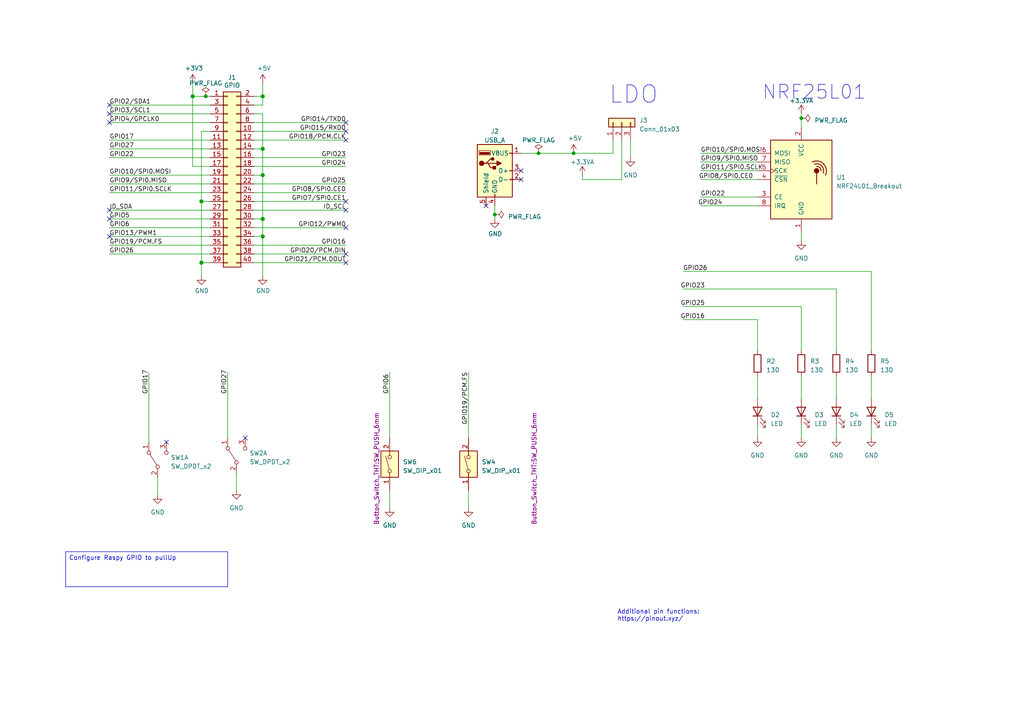
<source format=kicad_sch>
(kicad_sch (version 20230121) (generator eeschema)
  (paper "A4")
  (title_block (date "15 nov 2012"))
  (lib_symbols
    (symbol "Connector:USB_A" (pin_names (offset 1.016))
      (property "Reference" "J" (at -5.08 11.43 0))
      (property "Value" "USB_A" (at -5.08 8.89 0))
      (symbol "USB_A_0_1"
        (rectangle (start -5.08 -7.62) (end 5.08 7.62) (stroke (width 0.254)) (fill (type background)))
        (circle (center -3.81 2.159) (radius 0.635) (stroke (width 0.254)) (fill (type outline)))
        (rectangle (start -1.524 4.826) (end -4.318 5.334) (fill (type outline)))
        (rectangle (start -1.27 4.572) (end -4.572 5.842))
        (circle (center -0.635 3.429) (radius 0.381) (stroke (width 0.254)) (fill (type outline)))
        (rectangle (start -0.127 -7.62) (end 0.127 -6.858))
        (polyline (pts (xy -3.175 2.159) (xy -2.54 2.159) (xy -1.27 3.429) (xy -0.635 3.429)) (stroke (width 0.254)))
        (polyline (pts (xy -2.54 2.159) (xy -1.905 2.159) (xy -1.27 0.889) (xy 0 0.889)) (stroke (width 0.254)))
        (polyline (pts (xy 0.635 2.794) (xy 0.635 1.524) (xy 1.905 2.159) (xy 0.635 2.794)) (stroke (width 0.254)) (fill (type outline)))
        (rectangle (start 0.254 1.27) (end -0.508 0.508) (stroke (width 0.254)) (fill (type outline)))
        (rectangle (start 5.08 -2.667) (end 4.318 -2.413))
        (rectangle (start 5.08 -0.127) (end 4.318 0.127))
        (rectangle (start 5.08 4.953) (end 4.318 5.207))
      )
      (symbol "USB_A_1_1"
        (polyline (pts (xy -1.905 2.159) (xy 0.635 2.159)) (stroke (width 0.254)))
        (pin power_in line (at 7.62 5.08 180) (length 2.54) (name "VBUS") (number "1"))
        (pin bidirectional line (at 7.62 -2.54 180) (length 2.54) (name "D-") (number "2"))
        (pin bidirectional line (at 7.62 0 180) (length 2.54) (name "D+") (number "3"))
        (pin power_in line (at 0 -10.16 90) (length 2.54) (name "GND") (number "4"))
        (pin passive line (at -2.54 -10.16 90) (length 2.54) (name "Shield") (number "5"))
      )
    )
    (symbol "Connector_Generic:Conn_01x03" (pin_names (offset 1.016) hide)
      (property "Reference" "J" (at 0 5.08 0))
      (property "Value" "Conn_01x03" (at 0 -5.08 0))
      (symbol "Conn_01x03_1_1"
        (rectangle (start -1.27 -2.413) (end 0 -2.667) (stroke (width 0.1524)))
        (rectangle (start -1.27 0.127) (end 0 -0.127) (stroke (width 0.1524)))
        (rectangle (start -1.27 2.667) (end 0 2.413) (stroke (width 0.1524)))
        (rectangle (start -1.27 3.81) (end 1.27 -3.81) (stroke (width 0.254)) (fill (type background)))
        (pin passive line (at -5.08 2.54 0) (length 3.81) (name "Pin_1") (number "1"))
        (pin passive line (at -5.08 0 0) (length 3.81) (name "Pin_2") (number "2"))
        (pin passive line (at -5.08 -2.54 0) (length 3.81) (name "Pin_3") (number "3"))
      )
    )
    (symbol "Connector_Generic:Conn_02x20_Odd_Even" (pin_names (offset 1.016) hide)
      (property "Reference" "J" (at 1.27 25.4 0))
      (property "Value" "Conn_02x20_Odd_Even" (at 1.27 -27.94 0))
      (symbol "Conn_02x20_Odd_Even_1_1"
        (rectangle (start -1.27 -25.273) (end 0 -25.527) (stroke (width 0.1524)))
        (rectangle (start -1.27 -22.733) (end 0 -22.987) (stroke (width 0.1524)))
        (rectangle (start -1.27 -20.193) (end 0 -20.447) (stroke (width 0.1524)))
        (rectangle (start -1.27 -17.653) (end 0 -17.907) (stroke (width 0.1524)))
        (rectangle (start -1.27 -15.113) (end 0 -15.367) (stroke (width 0.1524)))
        (rectangle (start -1.27 -12.573) (end 0 -12.827) (stroke (width 0.1524)))
        (rectangle (start -1.27 -10.033) (end 0 -10.287) (stroke (width 0.1524)))
        (rectangle (start -1.27 -7.493) (end 0 -7.747) (stroke (width 0.1524)))
        (rectangle (start -1.27 -4.953) (end 0 -5.207) (stroke (width 0.1524)))
        (rectangle (start -1.27 -2.413) (end 0 -2.667) (stroke (width 0.1524)))
        (rectangle (start -1.27 0.127) (end 0 -0.127) (stroke (width 0.1524)))
        (rectangle (start -1.27 2.667) (end 0 2.413) (stroke (width 0.1524)))
        (rectangle (start -1.27 5.207) (end 0 4.953) (stroke (width 0.1524)))
        (rectangle (start -1.27 7.747) (end 0 7.493) (stroke (width 0.1524)))
        (rectangle (start -1.27 10.287) (end 0 10.033) (stroke (width 0.1524)))
        (rectangle (start -1.27 12.827) (end 0 12.573) (stroke (width 0.1524)))
        (rectangle (start -1.27 15.367) (end 0 15.113) (stroke (width 0.1524)))
        (rectangle (start -1.27 17.907) (end 0 17.653) (stroke (width 0.1524)))
        (rectangle (start -1.27 20.447) (end 0 20.193) (stroke (width 0.1524)))
        (rectangle (start -1.27 22.987) (end 0 22.733) (stroke (width 0.1524)))
        (rectangle (start -1.27 24.13) (end 3.81 -26.67) (stroke (width 0.254)) (fill (type background)))
        (rectangle (start 3.81 -25.273) (end 2.54 -25.527) (stroke (width 0.1524)))
        (rectangle (start 3.81 -22.733) (end 2.54 -22.987) (stroke (width 0.1524)))
        (rectangle (start 3.81 -20.193) (end 2.54 -20.447) (stroke (width 0.1524)))
        (rectangle (start 3.81 -17.653) (end 2.54 -17.907) (stroke (width 0.1524)))
        (rectangle (start 3.81 -15.113) (end 2.54 -15.367) (stroke (width 0.1524)))
        (rectangle (start 3.81 -12.573) (end 2.54 -12.827) (stroke (width 0.1524)))
        (rectangle (start 3.81 -10.033) (end 2.54 -10.287) (stroke (width 0.1524)))
        (rectangle (start 3.81 -7.493) (end 2.54 -7.747) (stroke (width 0.1524)))
        (rectangle (start 3.81 -4.953) (end 2.54 -5.207) (stroke (width 0.1524)))
        (rectangle (start 3.81 -2.413) (end 2.54 -2.667) (stroke (width 0.1524)))
        (rectangle (start 3.81 0.127) (end 2.54 -0.127) (stroke (width 0.1524)))
        (rectangle (start 3.81 2.667) (end 2.54 2.413) (stroke (width 0.1524)))
        (rectangle (start 3.81 5.207) (end 2.54 4.953) (stroke (width 0.1524)))
        (rectangle (start 3.81 7.747) (end 2.54 7.493) (stroke (width 0.1524)))
        (rectangle (start 3.81 10.287) (end 2.54 10.033) (stroke (width 0.1524)))
        (rectangle (start 3.81 12.827) (end 2.54 12.573) (stroke (width 0.1524)))
        (rectangle (start 3.81 15.367) (end 2.54 15.113) (stroke (width 0.1524)))
        (rectangle (start 3.81 17.907) (end 2.54 17.653) (stroke (width 0.1524)))
        (rectangle (start 3.81 20.447) (end 2.54 20.193) (stroke (width 0.1524)))
        (rectangle (start 3.81 22.987) (end 2.54 22.733) (stroke (width 0.1524)))
        (pin passive line (at -5.08 22.86 0) (length 3.81) (name "Pin_1") (number "1"))
        (pin passive line (at 7.62 12.7 180) (length 3.81) (name "Pin_10") (number "10"))
        (pin passive line (at -5.08 10.16 0) (length 3.81) (name "Pin_11") (number "11"))
        (pin passive line (at 7.62 10.16 180) (length 3.81) (name "Pin_12") (number "12"))
        (pin passive line (at -5.08 7.62 0) (length 3.81) (name "Pin_13") (number "13"))
        (pin passive line (at 7.62 7.62 180) (length 3.81) (name "Pin_14") (number "14"))
        (pin passive line (at -5.08 5.08 0) (length 3.81) (name "Pin_15") (number "15"))
        (pin passive line (at 7.62 5.08 180) (length 3.81) (name "Pin_16") (number "16"))
        (pin passive line (at -5.08 2.54 0) (length 3.81) (name "Pin_17") (number "17"))
        (pin passive line (at 7.62 2.54 180) (length 3.81) (name "Pin_18") (number "18"))
        (pin passive line (at -5.08 0 0) (length 3.81) (name "Pin_19") (number "19"))
        (pin passive line (at 7.62 22.86 180) (length 3.81) (name "Pin_2") (number "2"))
        (pin passive line (at 7.62 0 180) (length 3.81) (name "Pin_20") (number "20"))
        (pin passive line (at -5.08 -2.54 0) (length 3.81) (name "Pin_21") (number "21"))
        (pin passive line (at 7.62 -2.54 180) (length 3.81) (name "Pin_22") (number "22"))
        (pin passive line (at -5.08 -5.08 0) (length 3.81) (name "Pin_23") (number "23"))
        (pin passive line (at 7.62 -5.08 180) (length 3.81) (name "Pin_24") (number "24"))
        (pin passive line (at -5.08 -7.62 0) (length 3.81) (name "Pin_25") (number "25"))
        (pin passive line (at 7.62 -7.62 180) (length 3.81) (name "Pin_26") (number "26"))
        (pin passive line (at -5.08 -10.16 0) (length 3.81) (name "Pin_27") (number "27"))
        (pin passive line (at 7.62 -10.16 180) (length 3.81) (name "Pin_28") (number "28"))
        (pin passive line (at -5.08 -12.7 0) (length 3.81) (name "Pin_29") (number "29"))
        (pin passive line (at -5.08 20.32 0) (length 3.81) (name "Pin_3") (number "3"))
        (pin passive line (at 7.62 -12.7 180) (length 3.81) (name "Pin_30") (number "30"))
        (pin passive line (at -5.08 -15.24 0) (length 3.81) (name "Pin_31") (number "31"))
        (pin passive line (at 7.62 -15.24 180) (length 3.81) (name "Pin_32") (number "32"))
        (pin passive line (at -5.08 -17.78 0) (length 3.81) (name "Pin_33") (number "33"))
        (pin passive line (at 7.62 -17.78 180) (length 3.81) (name "Pin_34") (number "34"))
        (pin passive line (at -5.08 -20.32 0) (length 3.81) (name "Pin_35") (number "35"))
        (pin passive line (at 7.62 -20.32 180) (length 3.81) (name "Pin_36") (number "36"))
        (pin passive line (at -5.08 -22.86 0) (length 3.81) (name "Pin_37") (number "37"))
        (pin passive line (at 7.62 -22.86 180) (length 3.81) (name "Pin_38") (number "38"))
        (pin passive line (at -5.08 -25.4 0) (length 3.81) (name "Pin_39") (number "39"))
        (pin passive line (at 7.62 20.32 180) (length 3.81) (name "Pin_4") (number "4"))
        (pin passive line (at 7.62 -25.4 180) (length 3.81) (name "Pin_40") (number "40"))
        (pin passive line (at -5.08 17.78 0) (length 3.81) (name "Pin_5") (number "5"))
        (pin passive line (at 7.62 17.78 180) (length 3.81) (name "Pin_6") (number "6"))
        (pin passive line (at -5.08 15.24 0) (length 3.81) (name "Pin_7") (number "7"))
        (pin passive line (at 7.62 15.24 180) (length 3.81) (name "Pin_8") (number "8"))
        (pin passive line (at -5.08 12.7 0) (length 3.81) (name "Pin_9") (number "9"))
      )
    )
    (symbol "Device:LED" (pin_numbers hide) (pin_names (offset 1.016) hide)
      (property "Reference" "D" (at 0 2.54 0))
      (property "Value" "LED" (at 0 -2.54 0))
      (symbol "LED_0_1"
        (polyline (pts (xy -1.27 -1.27) (xy -1.27 1.27)) (stroke (width 0.254)))
        (polyline (pts (xy -1.27 0) (xy 1.27 0)))
        (polyline (pts (xy 1.27 -1.27) (xy 1.27 1.27) (xy -1.27 0) (xy 1.27 -1.27)) (stroke (width 0.254)))
        (polyline (pts (xy -3.048 -0.762) (xy -4.572 -2.286) (xy -3.81 -2.286) (xy -4.572 -2.286) (xy -4.572 -1.524)))
        (polyline (pts (xy -1.778 -0.762) (xy -3.302 -2.286) (xy -2.54 -2.286) (xy -3.302 -2.286) (xy -3.302 -1.524)))
      )
      (symbol "LED_1_1"
        (pin passive line (at -3.81 0 0) (length 2.54) (name "K") (number "1"))
        (pin passive line (at 3.81 0 180) (length 2.54) (name "A") (number "2"))
      )
    )
    (symbol "Device:R" (pin_numbers hide) (pin_names (offset 0))
      (property "Reference" "R" (at 2.032 0 90))
      (property "Value" "R" (at 0 0 90))
      (symbol "R_0_1"
        (rectangle (start -1.016 -2.54) (end 1.016 2.54) (stroke (width 0.254)))
      )
      (symbol "R_1_1"
        (pin passive line (at 0 3.81 270) (length 1.27) (name "~") (number "1"))
        (pin passive line (at 0 -3.81 90) (length 1.27) (name "~") (number "2"))
      )
    )
    (symbol "GND_1" (power) (pin_names (offset 0))
      (property "Value" "GND_1" (at 0 -3.81 0))
      (symbol "GND_1_0_1"
        (polyline (pts (xy 0 0) (xy 0 -1.27) (xy 1.27 -1.27) (xy 0 -2.54) (xy -1.27 -1.27) (xy 0 -1.27)))
      )
      (symbol "GND_1_1_1"
        (pin power_in line (at 0 0 270) (length 0) hide (name "GND") (number "1"))
      )
    )
    (symbol "RF:NRF24L01_Breakout" (pin_names (offset 1.016))
      (property "Reference" "U" (at -8.89 12.7 0))
      (property "Value" "NRF24L01_Breakout" (at 3.81 12.7 0))
      (symbol "NRF24L01_Breakout_0_1"
        (rectangle (start -8.89 11.43) (end 8.89 -11.43) (stroke (width 0.254)) (fill (type background)))
        (polyline (pts (xy 4.445 1.905) (xy 4.445 -1.27)) (stroke (width 0.254)))
        (circle (center 4.445 2.54) (radius 0.635) (stroke (width 0.254)) (fill (type outline)))
        (arc (start 5.715 2.54) (mid 5.3521 3.4546) (end 4.445 3.81) (stroke (width 0.254)))
        (arc (start 6.35 1.905) (mid 5.8763 3.9854) (end 3.81 4.445) (stroke (width 0.254)))
        (arc (start 6.985 1.27) (mid 6.453 4.548) (end 3.175 5.08) (stroke (width 0.254)))
      )
      (symbol "NRF24L01_Breakout_1_1"
        (pin power_in line (at 0 -15.24 90) (length 3.81) (name "GND") (number "1"))
        (pin power_in line (at 0 15.24 270) (length 3.81) (name "VCC") (number "2"))
        (pin input line (at -12.7 -5.08 0) (length 3.81) (name "CE") (number "3"))
        (pin input line (at -12.7 0 0) (length 3.81) (name "~{CSN}") (number "4"))
        (pin input clock (at -12.7 2.54 0) (length 3.81) (name "SCK") (number "5"))
        (pin input line (at -12.7 7.62 0) (length 3.81) (name "MOSI") (number "6"))
        (pin output line (at -12.7 5.08 0) (length 3.81) (name "MISO") (number "7"))
        (pin output line (at -12.7 -7.62 0) (length 3.81) (name "IRQ") (number "8"))
      )
    )
    (symbol "Switch:SW_DIP_x01" (pin_names (offset 0) hide)
      (property "Reference" "SW" (at 0 3.81 0))
      (property "Value" "SW_DIP_x01" (at 0 -3.81 0))
      (symbol "SW_DIP_x01_0_0"
        (circle (center -2.032 0) (radius 0.508))
        (polyline (pts (xy -1.524 0.127) (xy 2.3622 1.1684)))
        (circle (center 2.032 0) (radius 0.508))
      )
      (symbol "SW_DIP_x01_0_1"
        (rectangle (start -3.81 2.54) (end 3.81 -2.54) (stroke (width 0.254)) (fill (type background)))
      )
      (symbol "SW_DIP_x01_1_1"
        (pin passive line (at -7.62 0 0) (length 5.08) (name "~") (number "1"))
        (pin passive line (at 7.62 0 180) (length 5.08) (name "~") (number "2"))
      )
    )
    (symbol "Switch:SW_DPDT_x2" (pin_names (offset 0) hide)
      (property "Reference" "SW" (at 0 4.318 0))
      (property "Value" "SW_DPDT_x2" (at 0 -5.08 0))
      (symbol "SW_DPDT_x2_0_0"
        (circle (center -2.032 0) (radius 0.508))
        (circle (center 2.032 -2.54) (radius 0.508))
      )
      (symbol "SW_DPDT_x2_0_1"
        (polyline (pts (xy -1.524 0.254) (xy 1.651 2.286)))
        (circle (center 2.032 2.54) (radius 0.508))
      )
      (symbol "SW_DPDT_x2_1_1"
        (pin passive line (at 5.08 2.54 180) (length 2.54) (name "A") (number "1"))
        (pin passive line (at -5.08 0 0) (length 2.54) (name "B") (number "2"))
        (pin passive line (at 5.08 -2.54 180) (length 2.54) (name "C") (number "3"))
      )
      (symbol "SW_DPDT_x2_2_1"
        (pin passive line (at 5.08 2.54 180) (length 2.54) (name "A") (number "4"))
        (pin passive line (at -5.08 0 0) (length 2.54) (name "B") (number "5"))
        (pin passive line (at 5.08 -2.54 180) (length 2.54) (name "C") (number "6"))
      )
    )
    (symbol "power:+3.3V" (power) (pin_names (offset 0))
      (property "Value" "+3.3V" (at 0 3.556 0))
      (symbol "+3.3V_0_1"
        (polyline (pts (xy -0.762 1.27) (xy 0 2.54)))
        (polyline (pts (xy 0 0) (xy 0 2.54)))
        (polyline (pts (xy 0 2.54) (xy 0.762 1.27)))
      )
      (symbol "+3.3V_1_1"
        (pin power_in line (at 0 0 90) (length 0) hide (name "+3V3") (number "1"))
      )
    )
    (symbol "power:+3.3VA" (power) (pin_names (offset 0))
      (property "Value" "+3.3VA" (at 0 3.556 0))
      (symbol "+3.3VA_0_1"
        (polyline (pts (xy -0.762 1.27) (xy 0 2.54)))
        (polyline (pts (xy 0 0) (xy 0 2.54)))
        (polyline (pts (xy 0 2.54) (xy 0.762 1.27)))
      )
      (symbol "+3.3VA_1_1"
        (pin power_in line (at 0 0 90) (length 0) hide (name "+3.3VA") (number "1"))
      )
    )
    (symbol "power:+5V" (power) (pin_names (offset 0))
      (property "Value" "+5V" (at 0 3.556 0))
      (symbol "+5V_0_1"
        (polyline (pts (xy -0.762 1.27) (xy 0 2.54)))
        (polyline (pts (xy 0 0) (xy 0 2.54)))
        (polyline (pts (xy 0 2.54) (xy 0.762 1.27)))
      )
      (symbol "+5V_1_1"
        (pin power_in line (at 0 0 90) (length 0) hide (name "+5V") (number "1"))
      )
    )
    (symbol "power:GND" (power) (pin_names (offset 0))
      (property "Value" "GND" (at 0 -3.81 0))
      (symbol "GND_0_1"
        (polyline (pts (xy 0 0) (xy 0 -1.27) (xy 1.27 -1.27) (xy 0 -2.54) (xy -1.27 -1.27) (xy 0 -1.27)))
      )
      (symbol "GND_1_1"
        (pin power_in line (at 0 0 270) (length 0) hide (name "GND") (number "1"))
      )
    )
    (symbol "power:PWR_FLAG" (power) (pin_numbers hide) (pin_names (offset 0) hide)
      (property "Value" "PWR_FLAG" (at 0 3.81 0))
      (symbol "PWR_FLAG_0_0"
        (pin power_out line (at 0 0 90) (length 0) (name "pwr") (number "1"))
      )
      (symbol "PWR_FLAG_0_1"
        (polyline (pts (xy 0 0) (xy 0 1.27) (xy -1.016 1.905) (xy 0 2.54) (xy 1.016 1.905) (xy 0 1.27)))
      )
    )
  )
  (junction (at 76.2 27.94) (diameter 1.016))
  (junction (at 76.2 43.18) (diameter 1.016))
  (junction (at 232.41 34.29))
  (junction (at 58.42 76.2) (diameter 1.016))
  (junction (at 58.42 58.42) (diameter 1.016))
  (junction (at 76.2 68.58) (diameter 1.016))
  (junction (at 143.51 62.23))
  (junction (at 166.37 44.45))
  (junction (at 76.2 63.5) (diameter 1.016))
  (junction (at 156.21 44.45))
  (junction (at 76.2 50.8) (diameter 1.016))
  (junction (at 59.69 27.94))
  (junction (at 55.88 27.94) (diameter 1.016))
  (no_connect (at 48.26 128.27))
  (no_connect (at 100.33 60.96))
  (no_connect (at 100.33 38.1))
  (no_connect (at 31.75 33.02))
  (no_connect (at 31.75 63.5))
  (no_connect (at 31.75 68.58))
  (no_connect (at 100.33 76.2))
  (no_connect (at 31.75 35.56))
  (no_connect (at 100.33 73.66))
  (no_connect (at 100.33 58.42))
  (no_connect (at 100.33 40.64))
  (no_connect (at 140.97 59.69))
  (no_connect (at 151.13 49.53))
  (no_connect (at 31.75 60.96))
  (no_connect (at 151.13 52.07))
  (no_connect (at 100.33 66.04))
  (no_connect (at 100.33 35.56))
  (no_connect (at 31.75 30.48))
  (no_connect (at 71.12 127))
  (wire (pts (xy 58.42 58.42) (xy 58.42 76.2)))
  (wire (pts (xy 73.66 58.42) (xy 100.33 58.42)))
  (wire (pts (xy 180.34 40.64) (xy 180.34 52.07)))
  (wire (pts (xy 60.96 40.64) (xy 31.75 40.64)))
  (wire (pts (xy 76.2 33.02) (xy 76.2 43.18)))
  (wire (pts (xy 76.2 50.8) (xy 73.66 50.8)))
  (wire (pts (xy 252.73 123.19) (xy 252.73 127)))
  (wire (pts (xy 76.2 63.5) (xy 76.2 68.58)))
  (wire (pts (xy 166.37 44.45) (xy 177.8 44.45)))
  (wire (pts (xy 76.2 50.8) (xy 76.2 63.5)))
  (wire (pts (xy 252.73 109.22) (xy 252.73 115.57)))
  (wire (pts (xy 73.66 35.56) (xy 100.33 35.56)))
  (wire (pts (xy 58.42 38.1) (xy 58.42 58.42)))
  (wire (pts (xy 232.41 33.02) (xy 232.41 34.29)))
  (wire (pts (xy 58.42 38.1) (xy 60.96 38.1)))
  (wire (pts (xy 73.66 55.88) (xy 100.33 55.88)))
  (wire (pts (xy 60.96 60.96) (xy 31.75 60.96)))
  (wire (pts (xy 198.12 83.82) (xy 242.57 83.82)))
  (wire (pts (xy 31.75 63.5) (xy 60.96 63.5)))
  (wire (pts (xy 177.8 44.45) (xy 177.8 40.64)))
  (wire (pts (xy 58.42 58.42) (xy 60.96 58.42)))
  (wire (pts (xy 73.66 45.72) (xy 100.33 45.72)))
  (wire (pts (xy 66.04 107.95) (xy 66.04 127)))
  (wire (pts (xy 203.2 44.45) (xy 219.71 44.45)))
  (wire (pts (xy 73.66 76.2) (xy 100.33 76.2)))
  (wire (pts (xy 58.42 76.2) (xy 58.42 80.01)))
  (wire (pts (xy 31.75 43.18) (xy 60.96 43.18)))
  (wire (pts (xy 55.88 24.13) (xy 55.88 27.94)))
  (wire (pts (xy 203.2 57.15) (xy 219.71 57.15)))
  (wire (pts (xy 59.69 27.94) (xy 60.96 27.94)))
  (wire (pts (xy 113.03 107.95) (xy 113.03 127)))
  (wire (pts (xy 219.71 109.22) (xy 219.71 115.57)))
  (wire (pts (xy 76.2 68.58) (xy 73.66 68.58)))
  (wire (pts (xy 113.03 142.24) (xy 113.03 147.32)))
  (wire (pts (xy 219.71 101.6) (xy 219.71 92.71)))
  (wire (pts (xy 31.75 33.02) (xy 60.96 33.02)))
  (wire (pts (xy 31.75 55.88) (xy 60.96 55.88)))
  (wire (pts (xy 203.2 52.07) (xy 219.71 52.07)))
  (wire (pts (xy 55.88 48.26) (xy 60.96 48.26)))
  (wire (pts (xy 60.96 30.48) (xy 31.75 30.48)))
  (wire (pts (xy 232.41 67.31) (xy 232.41 69.85)))
  (wire (pts (xy 76.2 27.94) (xy 76.2 30.48)))
  (wire (pts (xy 156.21 44.45) (xy 166.37 44.45)))
  (wire (pts (xy 219.71 123.19) (xy 219.71 127)))
  (wire (pts (xy 76.2 43.18) (xy 76.2 50.8)))
  (wire (pts (xy 73.66 40.64) (xy 100.33 40.64)))
  (wire (pts (xy 76.2 43.18) (xy 73.66 43.18)))
  (wire (pts (xy 68.58 137.16) (xy 68.58 142.24)))
  (wire (pts (xy 76.2 24.13) (xy 76.2 27.94)))
  (wire (pts (xy 31.75 35.56) (xy 60.96 35.56)))
  (wire (pts (xy 232.41 109.22) (xy 232.41 115.57)))
  (wire (pts (xy 55.88 27.94) (xy 55.88 48.26)))
  (wire (pts (xy 73.66 48.26) (xy 100.33 48.26)))
  (wire (pts (xy 242.57 109.22) (xy 242.57 115.57)))
  (wire (pts (xy 135.89 107.95) (xy 135.89 127)))
  (wire (pts (xy 73.66 38.1) (xy 100.33 38.1)))
  (wire (pts (xy 31.75 45.72) (xy 60.96 45.72)))
  (wire (pts (xy 43.18 107.95) (xy 43.18 128.27)))
  (wire (pts (xy 31.75 53.34) (xy 60.96 53.34)))
  (wire (pts (xy 203.2 49.53) (xy 219.71 49.53)))
  (wire (pts (xy 31.75 66.04) (xy 60.96 66.04)))
  (wire (pts (xy 76.2 30.48) (xy 73.66 30.48)))
  (wire (pts (xy 31.75 71.12) (xy 60.96 71.12)))
  (wire (pts (xy 143.51 62.23) (xy 143.51 63.5)))
  (wire (pts (xy 73.66 71.12) (xy 100.33 71.12)))
  (wire (pts (xy 168.91 50.8) (xy 168.91 52.07)))
  (wire (pts (xy 73.66 66.04) (xy 100.33 66.04)))
  (wire (pts (xy 58.42 76.2) (xy 60.96 76.2)))
  (wire (pts (xy 73.66 73.66) (xy 100.33 73.66)))
  (wire (pts (xy 76.2 33.02) (xy 73.66 33.02)))
  (wire (pts (xy 31.75 73.66) (xy 60.96 73.66)))
  (wire (pts (xy 203.2 46.99) (xy 219.71 46.99)))
  (wire (pts (xy 232.41 34.29) (xy 232.41 36.83)))
  (wire (pts (xy 180.34 52.07) (xy 168.91 52.07)))
  (wire (pts (xy 242.57 101.6) (xy 242.57 83.82)))
  (wire (pts (xy 198.12 88.9) (xy 232.41 88.9)))
  (wire (pts (xy 232.41 123.19) (xy 232.41 127)))
  (wire (pts (xy 242.57 123.19) (xy 242.57 127)))
  (wire (pts (xy 73.66 27.94) (xy 76.2 27.94)))
  (wire (pts (xy 45.72 138.43) (xy 45.72 143.51)))
  (wire (pts (xy 232.41 101.6) (xy 232.41 88.9)))
  (wire (pts (xy 143.51 59.69) (xy 143.51 62.23)))
  (wire (pts (xy 151.13 44.45) (xy 156.21 44.45)))
  (wire (pts (xy 76.2 68.58) (xy 76.2 80.01)))
  (wire (pts (xy 73.66 53.34) (xy 100.33 53.34)))
  (wire (pts (xy 60.96 68.58) (xy 31.75 68.58)))
  (wire (pts (xy 135.89 142.24) (xy 135.89 147.32)))
  (wire (pts (xy 198.12 78.74) (xy 252.73 78.74)))
  (wire (pts (xy 76.2 63.5) (xy 73.66 63.5)))
  (wire (pts (xy 55.88 27.94) (xy 59.69 27.94)))
  (wire (pts (xy 252.73 101.6) (xy 252.73 78.74)))
  (wire (pts (xy 182.88 40.64) (xy 182.88 45.72)))
  (wire (pts (xy 203.2 59.69) (xy 219.71 59.69)))
  (wire (pts (xy 198.12 92.71) (xy 219.71 92.71)))
  (wire (pts (xy 60.96 50.8) (xy 31.75 50.8)))
  (wire (pts (xy 73.66 60.96) (xy 100.33 60.96)))
  (text_box "Configure Raspy GPIO to pullUp\n" (at 19.05 160.02 0) (size 46.99 10.16) (effects (font (size 1.27 1.27)) (justify left top)))
  (text "LDO\n" (at 176.53 30.48 0) (effects (font (size 5 5)) (justify left bottom)))
  (text "Additional pin functions:\nhttps://pinout.xyz/" (at 179.07 180.34 0) (effects (font (size 1.27 1.27)) (justify left bottom)))
  (text "NRF25L01\n" (at 220.98 29.21 0) (effects (font (size 4 4)) (justify left bottom)))
  (label "GPIO17" (at 43.18 114.3 90))
  (label "ID_SDA" (at 31.75 60.96 0))
  (label "GPIO6" (at 31.75 66.04 0))
  (label "GPIO22" (at 203.2 57.15 0))
  (label "ID_SCL" (at 100.33 60.96 180))
  (label "GPIO27" (at 66.04 114.3 90))
  (label "GPIO5" (at 31.75 63.5 0))
  (label "GPIO21{slash}PCM.DOUT" (at 100.33 76.2 180))
  (label "GPIO19{slash}PCM.FS" (at 31.75 71.12 0))
  (label "GPIO10{slash}SPI0.MOSI" (at 31.75 50.8 0))
  (label "GPIO9{slash}SPI0.MISO" (at 31.75 53.34 0))
  (label "GPIO23" (at 100.33 45.72 180))
  (label "GPIO19{slash}PCM.FS" (at 135.89 123.19 90))
  (label "GPIO4{slash}GPCLK0" (at 31.75 35.56 0))
  (label "GPIO27" (at 31.75 43.18 0))
  (label "GPIO26" (at 31.75 73.66 0))
  (label "GPIO14{slash}TXD0" (at 100.33 35.56 180))
  (label "GPIO8{slash}SPI0.CE0" (at 100.33 55.88 180))
  (label "GPIO15{slash}RXD0" (at 100.33 38.1 180))
  (label "GPIO16" (at 100.33 71.12 180))
  (label "GPIO26" (at 198.12 78.74 0))
  (label "GPIO8{slash}SPI0.CE0" (at 218.44 52.07 180))
  (label "GPIO11{slash}SPI0.SCLK" (at 203.2 49.53 0))
  (label "GPIO22" (at 31.75 45.72 0))
  (label "GPIO2{slash}SDA1" (at 31.75 30.48 0))
  (label "GPIO17" (at 31.75 40.64 0))
  (label "GPIO25" (at 100.33 53.34 180))
  (label "GPIO3{slash}SCL1" (at 31.75 33.02 0))
  (label "GPIO18{slash}PCM.CLK" (at 100.33 40.64 180))
  (label "GPIO12{slash}PWM0" (at 100.33 66.04 180))
  (label "GPIO24" (at 209.55 59.69 180))
  (label "GPIO10{slash}SPI0.MOSI" (at 203.2 44.45 0))
  (label "GPIO13{slash}PWM1" (at 31.75 68.58 0))
  (label "GPIO20{slash}PCM.DIN" (at 100.33 73.66 180))
  (label "GPIO24" (at 100.33 48.26 180))
  (label "GPIO7{slash}SPI0.CE1" (at 100.33 58.42 180))
  (label "GPIO23" (at 204.47 83.82 180))
  (label "GPIO9{slash}SPI0.MISO" (at 203.2 46.99 0))
  (label "GPIO25" (at 204.47 88.9 180))
  (label "GPIO6" (at 113.03 114.3 90))
  (label "GPIO11{slash}SPI0.SCLK" (at 31.75 55.88 0))
  (label "GPIO16" (at 204.47 92.71 180))
  (symbol (lib_id "power:+5V") (at 76.2 24.13 0) (unit 1)
    (property "Reference" "#PWR01" (effects hide))
    (property "Value" "+5V" (at 76.5683 19.8056 0))
  )
  (symbol (lib_id "power:+3.3V") (at 55.88 24.13 0) (unit 1)
    (property "Reference" "#PWR04" (effects hide))
    (property "Value" "+3.3V" (at 56.2483 19.8056 0))
  )
  (symbol (lib_id "power:GND") (at 76.2 80.01 0) (unit 1)
    (property "Reference" "#PWR02" (effects hide))
    (property "Value" "GND" (at 76.3143 84.3344 0))
  )
  (symbol (lib_id "power:GND") (at 58.42 80.01 0) (unit 1)
    (property "Reference" "#PWR03" (effects hide))
    (property "Value" "GND" (at 58.5343 84.3344 0))
  )
  (symbol (lib_id "Connector_Generic:Conn_02x20_Odd_Even") (at 66.04 50.8 0) (unit 1)
    (property "Reference" "J1" (at 67.31 22.4598 0))
    (property "Value" "GPIO" (at 67.31 24.765 0))
    (property "Footprint" "Connector_PinSocket_2.54mm:PinSocket_2x20_P2.54mm_Vertical" (effects hide))
  )
  (symbol (lib_id "Device:LED") (at 242.57 119.38 90) (unit 1)
    (property "Reference" "D4" (at 246.38 120.3325 90) (effects (justify right)))
    (property "Value" "LED" (at 246.38 122.8725 90) (effects (justify right)))
    (property "Footprint" "LED_SMD:LED_1206_3216Metric_Pad1.42x1.75mm_HandSolder" (effects hide))
  )
  (symbol (lib_id "RF:NRF24L01_Breakout") (at 232.41 52.07 0) (unit 1)
    (property "Reference" "U1" (at 242.57 51.435 0) (effects (justify left)))
    (property "Value" "NRF24L01_Breakout" (at 242.57 53.975 0) (effects (justify left)))
    (property "Footprint" "RF_Module:nRF24L01_Breakout" (effects hide))
    (property "Datasheet" "http://www.nordicsemi.com/eng/content/download/2730/34105/file/nRF24L01_Product_Specification_v2_0.pdf" (effects hide))
  )
  (symbol (lib_id "power:+3.3VA") (at 168.91 50.8 0) (unit 1)
    (property "Reference" "#PWR018" (effects hide))
    (property "Value" "+3.3VA" (at 168.91 46.99 0))
  )
  (symbol (lib_id "power:+3.3VA") (at 232.41 33.02 0) (unit 1)
    (property "Reference" "#PWR017" (effects hide))
    (property "Value" "+3.3VA" (at 232.41 29.21 0))
  )
  (symbol (lib_id "power:PWR_FLAG") (at 232.41 34.29 270) (unit 1)
    (property "Reference" "#FLG03" (effects hide))
    (property "Value" "PWR_FLAG" (at 236.22 34.925 90) (effects (justify left)))
  )
  (symbol (lib_name "GND_1") (lib_id "power:GND") (at 135.89 147.32 0) (unit 1)
    (property "Reference" "#PWR08" (effects hide))
    (property "Value" "GND" (at 135.89 152.4 0))
  )
  (symbol (lib_id "Device:LED") (at 219.71 119.38 90) (unit 1)
    (property "Reference" "D2" (at 223.52 120.3325 90) (effects (justify right)))
    (property "Value" "LED" (at 223.52 122.8725 90) (effects (justify right)))
    (property "Footprint" "LED_SMD:LED_1206_3216Metric_Pad1.42x1.75mm_HandSolder" (effects hide))
  )
  (symbol (lib_name "GND_1") (lib_id "power:GND") (at 113.03 147.32 0) (unit 1)
    (property "Reference" "#PWR016" (effects hide))
    (property "Value" "GND" (at 113.03 152.4 0))
  )
  (symbol (lib_id "power:GND") (at 143.51 63.5 0) (unit 1)
    (property "Reference" "#PWR07" (effects hide))
    (property "Value" "GND" (at 143.6243 67.8244 0))
  )
  (symbol (lib_id "Device:LED") (at 232.41 119.38 90) (unit 1)
    (property "Reference" "D3" (at 236.22 120.3325 90) (effects (justify right)))
    (property "Value" "LED" (at 236.22 122.8725 90) (effects (justify right)))
    (property "Footprint" "LED_SMD:LED_1206_3216Metric_Pad1.42x1.75mm_HandSolder" (effects hide))
  )
  (symbol (lib_id "Device:R") (at 219.71 105.41 0) (unit 1)
    (property "Reference" "R2" (at 222.25 104.775 0) (effects (justify left)))
    (property "Value" "130" (at 222.25 107.315 0) (effects (justify left)))
    (property "Footprint" "Resistor_SMD:R_1206_3216Metric_Pad1.30x1.75mm_HandSolder" (effects hide))
  )
  (symbol (lib_id "Switch:SW_DIP_x01") (at 113.03 134.62 90) (unit 1)
    (property "Reference" "SW6" (at 116.84 133.985 90) (effects (justify right)))
    (property "Value" "SW_DIP_x01" (at 116.84 136.525 90) (effects (justify right)))
    (property "Footprint" "Button_Switch_THT:SW_PUSH_6mm" (at 109.22 135.89 0))
  )
  (symbol (lib_id "power:PWR_FLAG") (at 59.69 27.94 0) (unit 1)
    (property "Reference" "#FLG01" (effects hide))
    (property "Value" "PWR_FLAG" (at 59.69 24.13 0))
  )
  (symbol (lib_name "GND_1") (lib_id "power:GND") (at 232.41 127 0) (unit 1)
    (property "Reference" "#PWR010" (effects hide))
    (property "Value" "GND" (at 232.41 132.08 0))
  )
  (symbol (lib_name "GND_1") (lib_id "power:GND") (at 219.71 127 0) (unit 1)
    (property "Reference" "#PWR09" (effects hide))
    (property "Value" "GND" (at 219.71 132.08 0))
  )
  (symbol (lib_name "GND_1") (lib_id "power:GND") (at 242.57 127 0) (unit 1)
    (property "Reference" "#PWR011" (effects hide))
    (property "Value" "GND" (at 242.57 132.08 0))
  )
  (symbol (lib_id "Switch:SW_DPDT_x2") (at 68.58 132.08 90) (unit 1)
    (property "Reference" "SW2" (at 72.39 131.445 90) (effects (justify right)))
    (property "Value" "SW_DPDT_x2" (at 72.39 133.985 90) (effects (justify right)))
    (property "Footprint" "MMS_footprints:SW_MTS102_3Pins_2Positions" (effects hide))
  )
  (symbol (lib_id "Connector:USB_A") (at 143.51 49.53 0) (unit 1)
    (property "Reference" "J2" (at 143.51 38.1 0))
    (property "Value" "USB_A" (at 143.51 40.64 0))
    (property "Footprint" "Connector_USB:USB_A_Molex_67643_Horizontal" (effects hide))
    (property "Datasheet" " ~" (effects hide))
  )
  (symbol (lib_id "Connector_Generic:Conn_01x03") (at 180.34 35.56 90) (unit 1)
    (property "Reference" "J3" (at 185.42 34.925 90) (effects (justify right)))
    (property "Value" "Conn_01x03" (at 185.42 37.465 90) (effects (justify right)))
    (property "Footprint" "Connector_PinSocket_2.54mm:PinSocket_1x03_P2.54mm_Vertical" (effects hide))
  )
  (symbol (lib_id "Switch:SW_DIP_x01") (at 135.89 134.62 90) (unit 1)
    (property "Reference" "SW4" (at 139.7 133.985 90) (effects (justify right)))
    (property "Value" "SW_DIP_x01" (at 139.7 136.525 90) (effects (justify right)))
    (property "Footprint" "Button_Switch_THT:SW_PUSH_6mm" (at 154.94 135.89 0))
  )
  (symbol (lib_id "power:PWR_FLAG") (at 156.21 44.45 0) (unit 1)
    (property "Reference" "#FLG04" (effects hide))
    (property "Value" "PWR_FLAG" (at 156.21 40.64 0))
  )
  (symbol (lib_id "power:+5V") (at 166.37 44.45 0) (unit 1)
    (property "Reference" "#PWR019" (effects hide))
    (property "Value" "+5V" (at 166.7383 40.1256 0))
  )
  (symbol (lib_name "GND_1") (lib_id "power:GND") (at 68.58 142.24 0) (unit 1)
    (property "Reference" "#PWR014" (effects hide))
    (property "Value" "GND" (at 68.58 147.32 0))
  )
  (symbol (lib_name "GND_1") (lib_id "power:GND") (at 182.88 45.72 0) (unit 1)
    (property "Reference" "#PWR06" (effects hide))
    (property "Value" "GND" (at 182.88 50.8 0))
  )
  (symbol (lib_name "GND_1") (lib_id "power:GND") (at 45.72 143.51 0) (unit 1)
    (property "Reference" "#PWR013" (effects hide))
    (property "Value" "GND" (at 45.72 148.59 0))
  )
  (symbol (lib_id "power:PWR_FLAG") (at 143.51 62.23 270) (unit 1)
    (property "Reference" "#FLG05" (effects hide))
    (property "Value" "PWR_FLAG" (at 147.32 62.865 90) (effects (justify left)))
  )
  (symbol (lib_id "Device:R") (at 252.73 105.41 0) (unit 1)
    (property "Reference" "R5" (at 255.27 104.775 0) (effects (justify left)))
    (property "Value" "130" (at 255.27 107.315 0) (effects (justify left)))
    (property "Footprint" "Resistor_SMD:R_1206_3216Metric_Pad1.30x1.75mm_HandSolder" (effects hide))
  )
  (symbol (lib_id "Device:R") (at 232.41 105.41 0) (unit 1)
    (property "Reference" "R3" (at 234.95 104.775 0) (effects (justify left)))
    (property "Value" "130" (at 234.95 107.315 0) (effects (justify left)))
    (property "Footprint" "Resistor_SMD:R_1206_3216Metric_Pad1.30x1.75mm_HandSolder" (effects hide))
  )
  (symbol (lib_id "Switch:SW_DPDT_x2") (at 45.72 133.35 90) (unit 1)
    (property "Reference" "SW1" (at 49.53 132.715 90) (effects (justify right)))
    (property "Value" "SW_DPDT_x2" (at 49.53 135.255 90) (effects (justify right)))
    (property "Footprint" "MMS_footprints:SW_MTS102_3Pins_2Positions" (effects hide))
  )
  (symbol (lib_id "Device:LED") (at 252.73 119.38 90) (unit 1)
    (property "Reference" "D5" (at 256.54 120.3325 90) (effects (justify right)))
    (property "Value" "LED" (at 256.54 122.8725 90) (effects (justify right)))
    (property "Footprint" "LED_SMD:LED_1206_3216Metric_Pad1.42x1.75mm_HandSolder" (effects hide))
  )
  (symbol (lib_name "GND_1") (lib_id "power:GND") (at 252.73 127 0) (unit 1)
    (property "Reference" "#PWR012" (effects hide))
    (property "Value" "GND" (at 252.73 132.08 0))
  )
  (symbol (lib_id "Device:R") (at 242.57 105.41 0) (unit 1)
    (property "Reference" "R4" (at 245.11 104.775 0) (effects (justify left)))
    (property "Value" "130" (at 245.11 107.315 0) (effects (justify left)))
    (property "Footprint" "Resistor_SMD:R_1206_3216Metric_Pad1.30x1.75mm_HandSolder" (effects hide))
  )
  (symbol (lib_name "GND_1") (lib_id "power:GND") (at 232.41 69.85 0) (unit 1)
    (property "Reference" "#PWR05" (effects hide))
    (property "Value" "GND" (at 232.41 74.93 0))
  )
)
</source>
